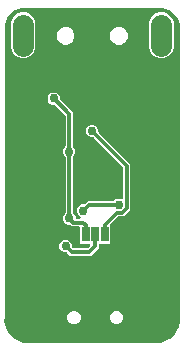
<source format=gbr>
G04 EAGLE Gerber RS-274X export*
G75*
%MOMM*%
%FSLAX34Y34*%
%LPD*%
%INBottom Copper*%
%IPPOS*%
%AMOC8*
5,1,8,0,0,1.08239X$1,22.5*%
G01*
%ADD10C,1.778000*%
%ADD11R,0.635000X1.270000*%
%ADD12C,0.756400*%
%ADD13C,0.254000*%
%ADD14C,0.304800*%

G36*
X134681Y-1692D02*
X134681Y-1692D01*
X134720Y-1695D01*
X134880Y-1675D01*
X137518Y-1169D01*
X137584Y-1148D01*
X137652Y-1136D01*
X137803Y-1079D01*
X142953Y1250D01*
X143054Y1313D01*
X143159Y1368D01*
X143206Y1406D01*
X143224Y1417D01*
X143238Y1431D01*
X143284Y1469D01*
X147462Y5276D01*
X147539Y5366D01*
X147622Y5451D01*
X147656Y5502D01*
X147669Y5518D01*
X147678Y5536D01*
X147710Y5586D01*
X150508Y10498D01*
X150553Y10607D01*
X150605Y10714D01*
X150621Y10773D01*
X150629Y10792D01*
X150632Y10812D01*
X150648Y10869D01*
X151790Y16405D01*
X151795Y16474D01*
X151811Y16541D01*
X151816Y16702D01*
X151772Y18072D01*
X151759Y18150D01*
X151757Y18228D01*
X151734Y18306D01*
X151722Y18386D01*
X151697Y18442D01*
X151697Y19747D01*
X151695Y19761D01*
X151690Y19887D01*
X151561Y21043D01*
X151585Y21082D01*
X151594Y21110D01*
X151608Y21135D01*
X151640Y21262D01*
X151678Y21386D01*
X151680Y21415D01*
X151687Y21443D01*
X151697Y21604D01*
X151697Y265000D01*
X151695Y265022D01*
X151693Y265100D01*
X151503Y267513D01*
X151490Y267578D01*
X151487Y267621D01*
X151487Y267622D01*
X151485Y267650D01*
X151445Y267806D01*
X149954Y272396D01*
X149903Y272504D01*
X149859Y272614D01*
X149827Y272666D01*
X149818Y272684D01*
X149805Y272700D01*
X149773Y272750D01*
X146936Y276655D01*
X146855Y276742D01*
X146779Y276833D01*
X146733Y276872D01*
X146718Y276887D01*
X146701Y276898D01*
X146655Y276936D01*
X142750Y279773D01*
X142646Y279831D01*
X142546Y279894D01*
X142490Y279917D01*
X142472Y279927D01*
X142452Y279932D01*
X142396Y279954D01*
X137806Y281445D01*
X137738Y281458D01*
X137672Y281481D01*
X137513Y281503D01*
X135100Y281693D01*
X135078Y281692D01*
X135000Y281697D01*
X20000Y281697D01*
X19978Y281695D01*
X19900Y281693D01*
X17487Y281503D01*
X17419Y281489D01*
X17350Y281485D01*
X17194Y281445D01*
X12604Y279954D01*
X12496Y279903D01*
X12386Y279859D01*
X12334Y279827D01*
X12316Y279818D01*
X12300Y279805D01*
X12250Y279773D01*
X8345Y276936D01*
X8258Y276855D01*
X8167Y276779D01*
X8128Y276733D01*
X8113Y276718D01*
X8102Y276701D01*
X8064Y276655D01*
X5227Y272750D01*
X5169Y272646D01*
X5106Y272546D01*
X5083Y272490D01*
X5073Y272472D01*
X5068Y272452D01*
X5046Y272396D01*
X3555Y267806D01*
X3542Y267738D01*
X3519Y267672D01*
X3497Y267513D01*
X3307Y265100D01*
X3308Y265078D01*
X3303Y265000D01*
X3303Y21604D01*
X3306Y21575D01*
X3304Y21546D01*
X3326Y21418D01*
X3343Y21288D01*
X3353Y21261D01*
X3358Y21233D01*
X3412Y21114D01*
X3439Y21044D01*
X3310Y19887D01*
X3311Y19872D01*
X3303Y19747D01*
X3303Y18442D01*
X3278Y18386D01*
X3266Y18308D01*
X3244Y18232D01*
X3228Y18072D01*
X3228Y18071D01*
X3184Y16702D01*
X3191Y16634D01*
X3187Y16565D01*
X3210Y16405D01*
X4352Y10869D01*
X4391Y10757D01*
X4422Y10642D01*
X4448Y10588D01*
X4455Y10568D01*
X4466Y10551D01*
X4492Y10498D01*
X7289Y5586D01*
X7361Y5491D01*
X7426Y5392D01*
X7468Y5348D01*
X7480Y5331D01*
X7496Y5319D01*
X7538Y5276D01*
X11716Y1469D01*
X11813Y1400D01*
X11905Y1326D01*
X11959Y1297D01*
X11976Y1286D01*
X11995Y1278D01*
X12047Y1250D01*
X17197Y-1079D01*
X17264Y-1100D01*
X17326Y-1129D01*
X17482Y-1169D01*
X20120Y-1675D01*
X20160Y-1677D01*
X20198Y-1687D01*
X20359Y-1697D01*
X134641Y-1697D01*
X134681Y-1692D01*
G37*
%LPC*%
G36*
X58737Y71951D02*
X58737Y71951D01*
X56367Y74322D01*
X56289Y74382D01*
X56217Y74450D01*
X56164Y74479D01*
X56116Y74516D01*
X56025Y74556D01*
X55938Y74604D01*
X55879Y74619D01*
X55824Y74643D01*
X55726Y74658D01*
X55630Y74683D01*
X55530Y74689D01*
X55510Y74693D01*
X55497Y74691D01*
X55469Y74693D01*
X53944Y74693D01*
X51994Y75501D01*
X50501Y76994D01*
X49693Y78944D01*
X49693Y81056D01*
X50501Y83006D01*
X51994Y84499D01*
X53944Y85307D01*
X56056Y85307D01*
X58006Y84499D01*
X59499Y83006D01*
X60307Y81056D01*
X60307Y79531D01*
X60319Y79432D01*
X60322Y79333D01*
X60328Y79313D01*
X60329Y79298D01*
X60341Y79262D01*
X60347Y79215D01*
X60383Y79123D01*
X60411Y79028D01*
X60424Y79005D01*
X60427Y78995D01*
X60444Y78968D01*
X60464Y78919D01*
X60522Y78839D01*
X60572Y78754D01*
X60638Y78679D01*
X60650Y78662D01*
X60660Y78654D01*
X60678Y78633D01*
X60891Y78420D01*
X60969Y78360D01*
X61041Y78292D01*
X61094Y78263D01*
X61142Y78226D01*
X61233Y78186D01*
X61320Y78138D01*
X61379Y78123D01*
X61434Y78099D01*
X61532Y78084D01*
X61628Y78059D01*
X61728Y78053D01*
X61748Y78049D01*
X61761Y78051D01*
X61789Y78049D01*
X73211Y78049D01*
X73310Y78061D01*
X73409Y78064D01*
X73467Y78081D01*
X73527Y78089D01*
X73619Y78125D01*
X73714Y78153D01*
X73766Y78183D01*
X73823Y78206D01*
X73903Y78264D01*
X73988Y78314D01*
X74063Y78380D01*
X74080Y78392D01*
X74088Y78402D01*
X74109Y78420D01*
X75647Y79959D01*
X75732Y80068D01*
X75821Y80175D01*
X75830Y80194D01*
X75842Y80210D01*
X75897Y80337D01*
X75956Y80463D01*
X75960Y80483D01*
X75968Y80502D01*
X75990Y80640D01*
X76016Y80776D01*
X76015Y80796D01*
X76018Y80816D01*
X76005Y80955D01*
X75996Y81093D01*
X75990Y81112D01*
X75988Y81132D01*
X75941Y81264D01*
X75898Y81395D01*
X75888Y81413D01*
X75881Y81432D01*
X75803Y81547D01*
X75728Y81664D01*
X75713Y81678D01*
X75702Y81695D01*
X75598Y81787D01*
X75497Y81882D01*
X75479Y81892D01*
X75464Y81905D01*
X75340Y81969D01*
X75218Y82036D01*
X75199Y82041D01*
X75180Y82050D01*
X75045Y82080D01*
X74910Y82115D01*
X74882Y82117D01*
X74870Y82120D01*
X74850Y82119D01*
X74749Y82125D01*
X68065Y82125D01*
X67172Y83018D01*
X67172Y95682D01*
X67157Y95800D01*
X67150Y95919D01*
X67137Y95957D01*
X67132Y95998D01*
X67089Y96108D01*
X67052Y96221D01*
X67030Y96256D01*
X67015Y96293D01*
X66946Y96389D01*
X66882Y96490D01*
X66852Y96518D01*
X66829Y96551D01*
X66737Y96627D01*
X66650Y96708D01*
X66615Y96728D01*
X66584Y96753D01*
X66476Y96804D01*
X66372Y96862D01*
X66332Y96872D01*
X66296Y96889D01*
X66179Y96911D01*
X66064Y96941D01*
X66004Y96945D01*
X65984Y96949D01*
X65963Y96947D01*
X65903Y96951D01*
X60343Y96951D01*
X59537Y97758D01*
X59459Y97818D01*
X59387Y97886D01*
X59334Y97915D01*
X59286Y97952D01*
X59195Y97992D01*
X59108Y98040D01*
X59049Y98055D01*
X58994Y98079D01*
X58896Y98094D01*
X58800Y98119D01*
X58700Y98125D01*
X58680Y98129D01*
X58667Y98127D01*
X58639Y98129D01*
X57114Y98129D01*
X55164Y98937D01*
X53671Y100430D01*
X52863Y102380D01*
X52863Y104492D01*
X53671Y106442D01*
X54750Y107520D01*
X54810Y107599D01*
X54878Y107671D01*
X54907Y107724D01*
X54944Y107772D01*
X54984Y107863D01*
X55032Y107949D01*
X55047Y108008D01*
X55071Y108064D01*
X55086Y108161D01*
X55111Y108257D01*
X55117Y108357D01*
X55121Y108378D01*
X55119Y108390D01*
X55121Y108418D01*
X55121Y154928D01*
X55109Y155026D01*
X55106Y155125D01*
X55089Y155184D01*
X55081Y155244D01*
X55045Y155336D01*
X55017Y155431D01*
X54987Y155483D01*
X54964Y155539D01*
X54906Y155619D01*
X54856Y155705D01*
X54790Y155780D01*
X54778Y155797D01*
X54768Y155804D01*
X54750Y155826D01*
X53501Y157074D01*
X52693Y159024D01*
X52693Y161136D01*
X53501Y163086D01*
X54580Y164164D01*
X54640Y164243D01*
X54708Y164315D01*
X54737Y164368D01*
X54774Y164416D01*
X54814Y164507D01*
X54862Y164593D01*
X54877Y164652D01*
X54901Y164708D01*
X54916Y164805D01*
X54941Y164901D01*
X54947Y165001D01*
X54951Y165022D01*
X54949Y165034D01*
X54951Y165062D01*
X54951Y190211D01*
X54939Y190310D01*
X54936Y190409D01*
X54919Y190467D01*
X54911Y190527D01*
X54875Y190619D01*
X54847Y190714D01*
X54817Y190766D01*
X54794Y190823D01*
X54736Y190903D01*
X54686Y190988D01*
X54620Y191063D01*
X54608Y191080D01*
X54598Y191088D01*
X54580Y191109D01*
X46367Y199322D01*
X46289Y199382D01*
X46217Y199450D01*
X46164Y199479D01*
X46116Y199516D01*
X46025Y199556D01*
X45938Y199604D01*
X45879Y199619D01*
X45824Y199643D01*
X45726Y199658D01*
X45630Y199683D01*
X45530Y199689D01*
X45510Y199693D01*
X45497Y199691D01*
X45469Y199693D01*
X43944Y199693D01*
X41994Y200501D01*
X40501Y201994D01*
X39693Y203944D01*
X39693Y206056D01*
X40501Y208006D01*
X41994Y209499D01*
X43944Y210307D01*
X46056Y210307D01*
X48006Y209499D01*
X49499Y208006D01*
X50307Y206056D01*
X50307Y204531D01*
X50319Y204432D01*
X50322Y204333D01*
X50339Y204275D01*
X50347Y204215D01*
X50383Y204123D01*
X50411Y204028D01*
X50441Y203976D01*
X50464Y203919D01*
X50522Y203839D01*
X50572Y203754D01*
X50638Y203679D01*
X50650Y203662D01*
X50660Y203654D01*
X50678Y203633D01*
X61049Y193263D01*
X61049Y165062D01*
X61061Y164964D01*
X61064Y164865D01*
X61081Y164806D01*
X61089Y164746D01*
X61125Y164654D01*
X61153Y164559D01*
X61183Y164507D01*
X61206Y164451D01*
X61264Y164371D01*
X61314Y164285D01*
X61380Y164210D01*
X61392Y164193D01*
X61402Y164186D01*
X61420Y164164D01*
X62499Y163086D01*
X63307Y161136D01*
X63307Y159024D01*
X62499Y157074D01*
X61590Y156166D01*
X61530Y156087D01*
X61462Y156015D01*
X61433Y155962D01*
X61396Y155914D01*
X61356Y155823D01*
X61308Y155737D01*
X61293Y155678D01*
X61269Y155622D01*
X61254Y155525D01*
X61229Y155429D01*
X61223Y155329D01*
X61219Y155308D01*
X61221Y155296D01*
X61219Y155268D01*
X61219Y108418D01*
X61231Y108320D01*
X61234Y108221D01*
X61251Y108162D01*
X61259Y108102D01*
X61295Y108010D01*
X61323Y107915D01*
X61353Y107863D01*
X61376Y107807D01*
X61434Y107727D01*
X61484Y107641D01*
X61550Y107566D01*
X61562Y107549D01*
X61572Y107542D01*
X61590Y107520D01*
X62669Y106442D01*
X63477Y104492D01*
X63477Y104318D01*
X63492Y104200D01*
X63499Y104081D01*
X63512Y104043D01*
X63517Y104002D01*
X63560Y103892D01*
X63597Y103779D01*
X63619Y103744D01*
X63634Y103707D01*
X63703Y103611D01*
X63767Y103510D01*
X63797Y103482D01*
X63820Y103449D01*
X63912Y103373D01*
X63999Y103292D01*
X64034Y103272D01*
X64065Y103247D01*
X64173Y103196D01*
X64277Y103138D01*
X64317Y103128D01*
X64353Y103111D01*
X64470Y103089D01*
X64585Y103059D01*
X64645Y103055D01*
X64665Y103051D01*
X64686Y103053D01*
X64746Y103049D01*
X66534Y103049D01*
X66603Y103057D01*
X66673Y103056D01*
X66760Y103077D01*
X66849Y103089D01*
X66914Y103114D01*
X66982Y103131D01*
X67062Y103173D01*
X67145Y103206D01*
X67201Y103247D01*
X67263Y103279D01*
X67330Y103340D01*
X67402Y103392D01*
X67447Y103446D01*
X67499Y103493D01*
X67548Y103568D01*
X67605Y103637D01*
X67635Y103701D01*
X67673Y103759D01*
X67702Y103844D01*
X67741Y103925D01*
X67754Y103994D01*
X67776Y104060D01*
X67784Y104149D01*
X67800Y104237D01*
X67796Y104307D01*
X67802Y104377D01*
X67786Y104465D01*
X67781Y104555D01*
X67759Y104621D01*
X67747Y104690D01*
X67710Y104772D01*
X67683Y104857D01*
X67645Y104916D01*
X67617Y104980D01*
X67560Y105050D01*
X67512Y105126D01*
X67462Y105174D01*
X67418Y105229D01*
X67346Y105283D01*
X67281Y105344D01*
X67220Y105378D01*
X67164Y105420D01*
X67019Y105491D01*
X66994Y105501D01*
X65501Y106994D01*
X64693Y108944D01*
X64693Y111056D01*
X65501Y113006D01*
X66994Y114499D01*
X68944Y115307D01*
X70469Y115307D01*
X70568Y115319D01*
X70667Y115322D01*
X70725Y115339D01*
X70785Y115347D01*
X70877Y115383D01*
X70972Y115411D01*
X71024Y115441D01*
X71081Y115464D01*
X71161Y115522D01*
X71246Y115572D01*
X71321Y115638D01*
X71338Y115650D01*
X71346Y115660D01*
X71367Y115678D01*
X73737Y118049D01*
X95018Y118049D01*
X95116Y118061D01*
X95215Y118064D01*
X95274Y118081D01*
X95334Y118089D01*
X95426Y118125D01*
X95521Y118153D01*
X95573Y118183D01*
X95629Y118206D01*
X95709Y118264D01*
X95795Y118314D01*
X95870Y118380D01*
X95887Y118392D01*
X95894Y118402D01*
X95916Y118420D01*
X96994Y119499D01*
X98944Y120307D01*
X101056Y120307D01*
X102026Y119905D01*
X102074Y119891D01*
X102119Y119870D01*
X102227Y119850D01*
X102333Y119821D01*
X102383Y119820D01*
X102432Y119811D01*
X102541Y119817D01*
X102651Y119816D01*
X102699Y119827D01*
X102749Y119830D01*
X102853Y119864D01*
X102960Y119890D01*
X103004Y119913D01*
X103051Y119928D01*
X103144Y119987D01*
X103241Y120039D01*
X103278Y120072D01*
X103320Y120099D01*
X103395Y120179D01*
X103477Y120252D01*
X103504Y120294D01*
X103538Y120330D01*
X103591Y120426D01*
X103651Y120518D01*
X103668Y120565D01*
X103692Y120609D01*
X103719Y120715D01*
X103755Y120819D01*
X103759Y120869D01*
X103771Y120917D01*
X103781Y121077D01*
X103781Y146381D01*
X103769Y146480D01*
X103766Y146579D01*
X103749Y146637D01*
X103741Y146697D01*
X103705Y146789D01*
X103677Y146884D01*
X103647Y146936D01*
X103624Y146993D01*
X103566Y147073D01*
X103516Y147158D01*
X103450Y147234D01*
X103438Y147250D01*
X103428Y147258D01*
X103410Y147279D01*
X78867Y171822D01*
X78789Y171882D01*
X78717Y171950D01*
X78664Y171979D01*
X78616Y172016D01*
X78525Y172056D01*
X78438Y172104D01*
X78380Y172119D01*
X78324Y172143D01*
X78226Y172158D01*
X78130Y172183D01*
X78030Y172189D01*
X78010Y172193D01*
X77997Y172191D01*
X77969Y172193D01*
X76444Y172193D01*
X74494Y173001D01*
X73001Y174494D01*
X72193Y176444D01*
X72193Y178556D01*
X73001Y180506D01*
X74494Y181999D01*
X76444Y182807D01*
X78556Y182807D01*
X80506Y181999D01*
X81999Y180506D01*
X82807Y178556D01*
X82807Y177031D01*
X82819Y176932D01*
X82822Y176833D01*
X82839Y176775D01*
X82847Y176715D01*
X82883Y176623D01*
X82911Y176528D01*
X82941Y176476D01*
X82964Y176419D01*
X83022Y176339D01*
X83072Y176254D01*
X83138Y176178D01*
X83150Y176162D01*
X83160Y176154D01*
X83178Y176133D01*
X107721Y151590D01*
X109879Y149433D01*
X109879Y110908D01*
X104092Y105121D01*
X99959Y105121D01*
X99860Y105109D01*
X99761Y105106D01*
X99703Y105089D01*
X99643Y105081D01*
X99551Y105045D01*
X99456Y105017D01*
X99404Y104987D01*
X99347Y104964D01*
X99267Y104906D01*
X99182Y104856D01*
X99106Y104790D01*
X99090Y104778D01*
X99082Y104768D01*
X99061Y104750D01*
X92958Y98646D01*
X92885Y98552D01*
X92806Y98463D01*
X92788Y98427D01*
X92763Y98395D01*
X92716Y98286D01*
X92662Y98180D01*
X92653Y98140D01*
X92637Y98103D01*
X92618Y97986D01*
X92592Y97870D01*
X92593Y97829D01*
X92587Y97789D01*
X92598Y97671D01*
X92602Y97552D01*
X92613Y97513D01*
X92617Y97473D01*
X92657Y97360D01*
X92690Y97246D01*
X92711Y97211D01*
X92724Y97173D01*
X92791Y97075D01*
X92828Y97013D01*
X92828Y83018D01*
X91935Y82125D01*
X84318Y82125D01*
X84200Y82110D01*
X84081Y82103D01*
X84043Y82090D01*
X84002Y82085D01*
X83892Y82042D01*
X83779Y82005D01*
X83744Y81983D01*
X83707Y81968D01*
X83611Y81899D01*
X83510Y81835D01*
X83482Y81805D01*
X83449Y81782D01*
X83373Y81690D01*
X83292Y81603D01*
X83272Y81568D01*
X83247Y81537D01*
X83196Y81429D01*
X83138Y81325D01*
X83128Y81285D01*
X83111Y81249D01*
X83089Y81132D01*
X83059Y81017D01*
X83055Y80957D01*
X83051Y80937D01*
X83053Y80916D01*
X83049Y80856D01*
X83049Y78737D01*
X76263Y71951D01*
X58737Y71951D01*
G37*
%LPD*%
%LPC*%
G36*
X133928Y239395D02*
X133928Y239395D01*
X130101Y240981D01*
X127171Y243911D01*
X125585Y247738D01*
X125585Y269662D01*
X127171Y273489D01*
X130101Y276419D01*
X133928Y278005D01*
X138072Y278005D01*
X141899Y276419D01*
X144829Y273489D01*
X146415Y269662D01*
X146415Y247738D01*
X144829Y243911D01*
X141899Y240981D01*
X138072Y239395D01*
X133928Y239395D01*
G37*
%LPD*%
%LPC*%
G36*
X16928Y239395D02*
X16928Y239395D01*
X13101Y240981D01*
X10171Y243911D01*
X8585Y247738D01*
X8585Y269662D01*
X10171Y273489D01*
X13101Y276419D01*
X16928Y278005D01*
X21072Y278005D01*
X24899Y276419D01*
X27829Y273489D01*
X29415Y269662D01*
X29415Y247738D01*
X27829Y243911D01*
X24899Y240981D01*
X21072Y239395D01*
X16928Y239395D01*
G37*
%LPD*%
%LPC*%
G36*
X98502Y250467D02*
X98502Y250467D01*
X95733Y251614D01*
X93614Y253733D01*
X92467Y256502D01*
X92467Y259498D01*
X93614Y262267D01*
X95733Y264386D01*
X98502Y265533D01*
X101498Y265533D01*
X104267Y264386D01*
X106386Y262267D01*
X107533Y259498D01*
X107533Y256502D01*
X106386Y253733D01*
X104267Y251614D01*
X101498Y250467D01*
X98502Y250467D01*
G37*
%LPD*%
%LPC*%
G36*
X53502Y250467D02*
X53502Y250467D01*
X50733Y251614D01*
X48614Y253733D01*
X47467Y256502D01*
X47467Y259498D01*
X48614Y262267D01*
X50733Y264386D01*
X53502Y265533D01*
X56498Y265533D01*
X59267Y264386D01*
X61386Y262267D01*
X62533Y259498D01*
X62533Y256502D01*
X61386Y253733D01*
X59267Y251614D01*
X56498Y250467D01*
X53502Y250467D01*
G37*
%LPD*%
%LPC*%
G36*
X96850Y13717D02*
X96850Y13717D01*
X94724Y14598D01*
X93098Y16224D01*
X92217Y18350D01*
X92217Y20650D01*
X93098Y22776D01*
X94724Y24402D01*
X96850Y25283D01*
X99150Y25283D01*
X101276Y24402D01*
X102902Y22776D01*
X103783Y20650D01*
X103783Y18350D01*
X102902Y16224D01*
X101276Y14598D01*
X99150Y13717D01*
X96850Y13717D01*
G37*
%LPD*%
%LPC*%
G36*
X60850Y13717D02*
X60850Y13717D01*
X58724Y14598D01*
X57098Y16224D01*
X56217Y18350D01*
X56217Y20650D01*
X57098Y22776D01*
X58724Y24402D01*
X60850Y25283D01*
X63150Y25283D01*
X65276Y24402D01*
X66902Y22776D01*
X67783Y20650D01*
X67783Y18350D01*
X66902Y16224D01*
X65276Y14598D01*
X63150Y13717D01*
X60850Y13717D01*
G37*
%LPD*%
D10*
X136000Y249810D02*
X136000Y267590D01*
X19000Y267590D02*
X19000Y249810D01*
D11*
X71872Y90000D03*
X80000Y90000D03*
X88128Y90000D03*
D12*
X65000Y172420D03*
X30000Y218670D03*
D13*
X62318Y175102D02*
X65000Y172420D01*
X62318Y175102D02*
X62318Y196982D01*
X47724Y211576D01*
X37094Y211576D02*
X30000Y218670D01*
X37094Y211576D02*
X47724Y211576D01*
D12*
X80000Y150000D03*
X10000Y95000D03*
X40000Y90000D03*
X115000Y90000D03*
X130000Y80000D03*
X15000Y50000D03*
X15000Y25000D03*
X120000Y205000D03*
X10000Y235000D03*
X65000Y205000D03*
X70000Y110000D03*
D14*
X75000Y115000D01*
X100000Y115000D01*
D12*
X100000Y115000D03*
X58170Y103436D03*
X58000Y160080D03*
D14*
X58170Y159910D01*
X58170Y103436D01*
X61606Y100000D01*
X70000Y100000D01*
X71872Y98128D01*
X71872Y90000D01*
D12*
X45000Y205000D03*
D14*
X58000Y192000D01*
X58000Y160080D01*
X88128Y98128D02*
X88128Y90000D01*
D12*
X77500Y177500D03*
D14*
X106830Y112171D02*
X102829Y108170D01*
X98170Y108170D01*
X106830Y112171D02*
X106830Y148170D01*
X98170Y108170D02*
X88128Y98128D01*
X106830Y148170D02*
X77500Y177500D01*
D12*
X55000Y80000D03*
D14*
X60000Y75000D01*
X75000Y75000D01*
X80000Y80000D01*
X80000Y90000D01*
M02*

</source>
